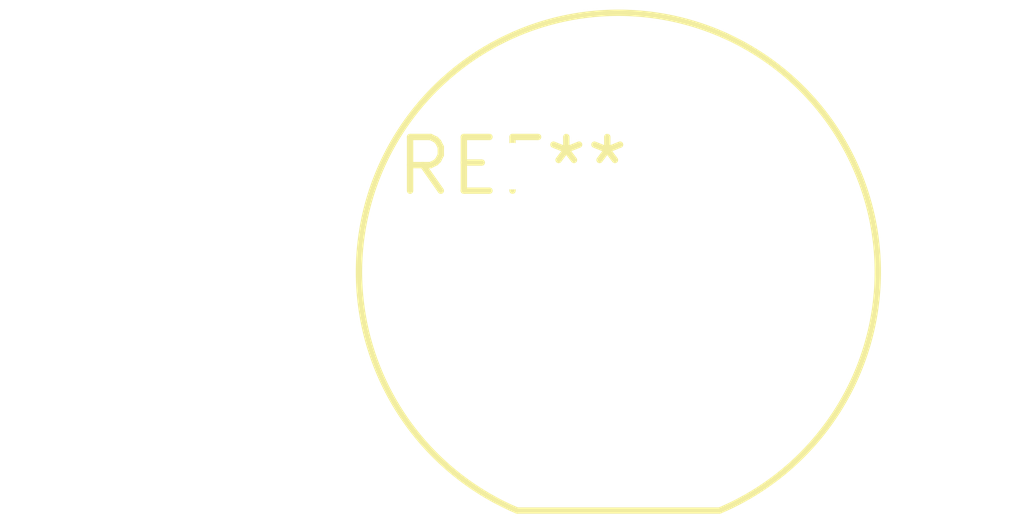
<source format=kicad_pcb>
(kicad_pcb (version 20240108) (generator pcbnew)
  (layers (0 "F.Cu" signal) (31 "B.Cu" signal) (34 "B.Paste" user) (35 "F.Paste" user) (36 "B.SilkS" user "B.Silkscreen") (37 "F.SilkS" user "F.Silkscreen") (38 "B.Mask" user) (39 "F.Mask" user) (44 "Edge.Cuts" user))
  (net 0 "")
  (footprint "Push_E-Switch_KS01Q01" (layer "F.Cu") (at 0 0)
    (property "Reference" "REF**")
    (property "Value" "Push_E-Switch_KS01Q01")
    (fp_line (start 4.89 8.14) (end 0.11 8.14) (layer "F.SilkS") (stroke (width 0.15)))
    (fp_arc (start 0.11 8.14) (mid 2.496283 -3.625495) (end 4.896843 8.137095) (layer "F.SilkS") (stroke (width 0.15)))
    (pad "1" thru_hole circle (at 0 0) (size 2 2) (drill 1.1) (layers *.Cu *.Mask) (remove_unused_layers))
    (pad "2" thru_hole circle (at 5 0) (size 2 2) (drill 1.1) (layers *.Cu *.Mask) (remove_unused_layers))
    (pad "3" thru_hole circle (at 0 5) (size 2 2) (drill 1.1) (layers *.Cu *.Mask) (remove_unused_layers))
    (pad "4" thru_hole circle (at 5 5) (size 2 2) (drill 1.1) (layers *.Cu *.Mask) (remove_unused_layers))
  )
)
</source>
